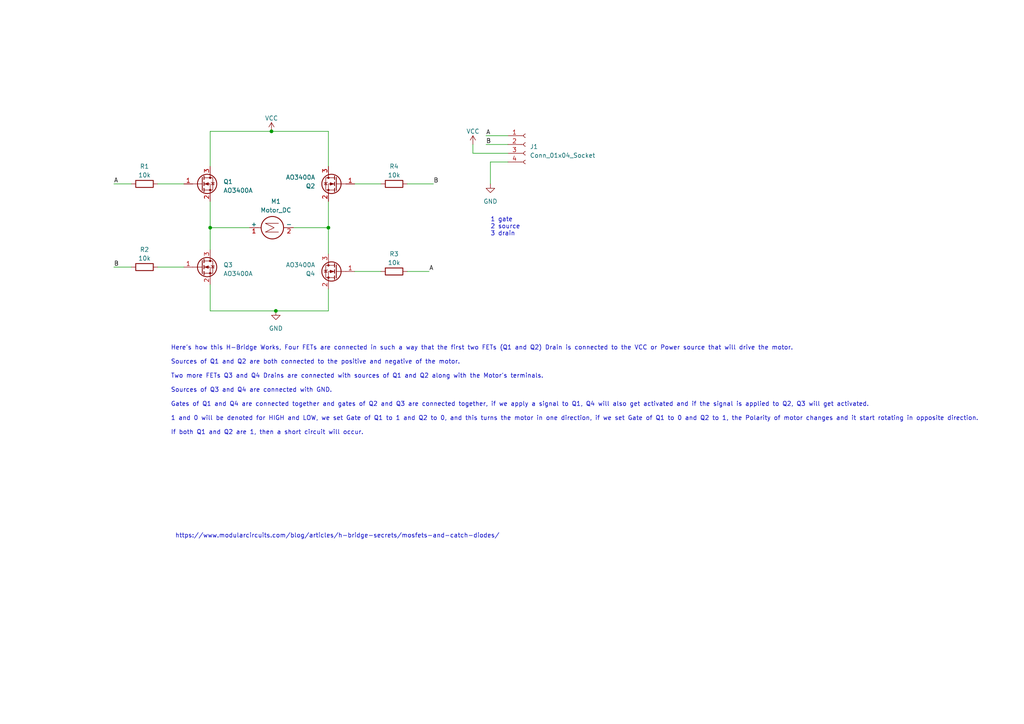
<source format=kicad_sch>
(kicad_sch (version 20230121) (generator eeschema)
  (paper "A4")
  (lib_symbols
    (symbol "Connector:Conn_01x04_Socket" (pin_names (offset 1.016) hide)
      (property "Reference" "J" (at 0 5.08 0))
      (property "Value" "Conn_01x04_Socket" (at 0 -7.62 0))
      (symbol "Conn_01x04_Socket_1_1"
        (arc (start 0 -4.572) (mid -0.5058 -5.08) (end 0 -5.588) (stroke (width 0.1524)))
        (arc (start 0 -2.032) (mid -0.5058 -2.54) (end 0 -3.048) (stroke (width 0.1524)))
        (polyline (pts (xy -1.27 -5.08) (xy -0.508 -5.08)) (stroke (width 0.1524)))
        (polyline (pts (xy -1.27 -2.54) (xy -0.508 -2.54)) (stroke (width 0.1524)))
        (polyline (pts (xy -1.27 0) (xy -0.508 0)) (stroke (width 0.1524)))
        (polyline (pts (xy -1.27 2.54) (xy -0.508 2.54)) (stroke (width 0.1524)))
        (arc (start 0 0.508) (mid -0.5058 0) (end 0 -0.508) (stroke (width 0.1524)))
        (arc (start 0 3.048) (mid -0.5058 2.54) (end 0 2.032) (stroke (width 0.1524)))
        (pin passive line (at -5.08 2.54 0) (length 3.81) (name "Pin_1") (number "1"))
        (pin passive line (at -5.08 0 0) (length 3.81) (name "Pin_2") (number "2"))
        (pin passive line (at -5.08 -2.54 0) (length 3.81) (name "Pin_3") (number "3"))
        (pin passive line (at -5.08 -5.08 0) (length 3.81) (name "Pin_4") (number "4"))
      )
    )
    (symbol "Device:R" (pin_numbers hide) (pin_names (offset 0))
      (property "Reference" "R" (at 2.032 0 90))
      (property "Value" "R" (at 0 0 90))
      (symbol "R_0_1"
        (rectangle (start -1.016 -2.54) (end 1.016 2.54) (stroke (width 0.254)))
      )
      (symbol "R_1_1"
        (pin passive line (at 0 3.81 270) (length 1.27) (name "~") (number "1"))
        (pin passive line (at 0 -3.81 90) (length 1.27) (name "~") (number "2"))
      )
    )
    (symbol "Motor:Motor_DC" (pin_names (offset 0))
      (property "Reference" "M" (at 2.54 2.54 0))
      (property "Value" "Motor_DC" (at 2.54 -5.08 0))
      (symbol "Motor_DC_0_0"
        (polyline (pts (xy -1.27 -3.302) (xy -1.27 0.508) (xy 0 -2.032) (xy 1.27 0.508) (xy 1.27 -3.302)))
      )
      (symbol "Motor_DC_0_1"
        (circle (center 0 -1.524) (radius 3.2512) (stroke (width 0.254)))
        (polyline (pts (xy 0 -7.62) (xy 0 -7.112)))
        (polyline (pts (xy 0 -4.7752) (xy 0 -5.1816)))
        (polyline (pts (xy 0 1.7272) (xy 0 2.0828)))
        (polyline (pts (xy 0 2.032) (xy 0 2.54)))
      )
      (symbol "Motor_DC_1_1"
        (pin passive line (at 0 5.08 270) (length 2.54) (name "+") (number "1"))
        (pin passive line (at 0 -7.62 90) (length 2.54) (name "-") (number "2"))
      )
    )
    (symbol "Transistor_FET:AO3400A" (pin_names hide)
      (property "Reference" "Q" (at 5.08 1.905 0))
      (property "Value" "AO3400A" (at 5.08 0 0))
      (symbol "AO3400A_0_1"
        (polyline (pts (xy 0.254 0) (xy -2.54 0)))
        (polyline (pts (xy 0.254 1.905) (xy 0.254 -1.905)) (stroke (width 0.254)))
        (polyline (pts (xy 0.762 -1.27) (xy 0.762 -2.286)) (stroke (width 0.254)))
        (polyline (pts (xy 0.762 0.508) (xy 0.762 -0.508)) (stroke (width 0.254)))
        (polyline (pts (xy 0.762 2.286) (xy 0.762 1.27)) (stroke (width 0.254)))
        (polyline (pts (xy 2.54 2.54) (xy 2.54 1.778)))
        (polyline (pts (xy 2.54 -2.54) (xy 2.54 0) (xy 0.762 0)))
        (polyline (pts (xy 0.762 -1.778) (xy 3.302 -1.778) (xy 3.302 1.778) (xy 0.762 1.778)))
        (polyline (pts (xy 1.016 0) (xy 2.032 0.381) (xy 2.032 -0.381) (xy 1.016 0)) (fill (type outline)))
        (polyline (pts (xy 2.794 0.508) (xy 2.921 0.381) (xy 3.683 0.381) (xy 3.81 0.254)))
        (polyline (pts (xy 3.302 0.381) (xy 2.921 -0.254) (xy 3.683 -0.254) (xy 3.302 0.381)))
        (circle (center 1.651 0) (radius 2.794) (stroke (width 0.254)))
        (circle (center 2.54 -1.778) (radius 0.254) (fill (type outline)))
        (circle (center 2.54 1.778) (radius 0.254) (fill (type outline)))
      )
      (symbol "AO3400A_1_1"
        (pin input line (at -5.08 0 0) (length 2.54) (name "G") (number "1"))
        (pin passive line (at 2.54 -5.08 90) (length 2.54) (name "S") (number "2"))
        (pin passive line (at 2.54 5.08 270) (length 2.54) (name "D") (number "3"))
      )
    )
    (symbol "power:GND" (power) (pin_names (offset 0))
      (property "Value" "GND" (at 0 -3.81 0))
      (symbol "GND_0_1"
        (polyline (pts (xy 0 0) (xy 0 -1.27) (xy 1.27 -1.27) (xy 0 -2.54) (xy -1.27 -1.27) (xy 0 -1.27)))
      )
      (symbol "GND_1_1"
        (pin power_in line (at 0 0 270) (length 0) hide (name "GND") (number "1"))
      )
    )
    (symbol "power:VCC" (power) (pin_names (offset 0))
      (property "Value" "VCC" (at 0 3.81 0))
      (symbol "VCC_0_1"
        (polyline (pts (xy -0.762 1.27) (xy 0 2.54)))
        (polyline (pts (xy 0 0) (xy 0 2.54)))
        (polyline (pts (xy 0 2.54) (xy 0.762 1.27)))
      )
      (symbol "VCC_1_1"
        (pin power_in line (at 0 0 90) (length 0) hide (name "VCC") (number "1"))
      )
    )
  )
  (junction (at 80.01 90.17))
  (junction (at 78.74 38.1))
  (junction (at 60.96 66.04))
  (junction (at 95.25 66.04))
  (wire (pts (xy 45.72 77.47) (xy 53.34 77.47)))
  (wire (pts (xy 45.72 53.34) (xy 53.34 53.34)))
  (wire (pts (xy 102.87 78.74) (xy 110.49 78.74)))
  (wire (pts (xy 95.25 83.82) (xy 95.25 90.17)))
  (wire (pts (xy 137.16 44.45) (xy 137.16 41.91)))
  (wire (pts (xy 102.87 53.34) (xy 110.49 53.34)))
  (wire (pts (xy 85.09 66.04) (xy 95.25 66.04)))
  (wire (pts (xy 33.02 53.34) (xy 38.1 53.34)))
  (wire (pts (xy 118.11 78.74) (xy 124.46 78.74)))
  (wire (pts (xy 95.25 48.26) (xy 95.25 38.1)))
  (wire (pts (xy 147.32 46.99) (xy 142.24 46.99)))
  (wire (pts (xy 142.24 46.99) (xy 142.24 53.34)))
  (wire (pts (xy 33.02 77.47) (xy 38.1 77.47)))
  (wire (pts (xy 140.97 41.91) (xy 147.32 41.91)))
  (wire (pts (xy 60.96 58.42) (xy 60.96 66.04)))
  (wire (pts (xy 60.96 38.1) (xy 78.74 38.1)))
  (wire (pts (xy 60.96 48.26) (xy 60.96 38.1)))
  (wire (pts (xy 95.25 90.17) (xy 80.01 90.17)))
  (wire (pts (xy 95.25 66.04) (xy 95.25 73.66)))
  (wire (pts (xy 60.96 66.04) (xy 72.39 66.04)))
  (wire (pts (xy 60.96 90.17) (xy 80.01 90.17)))
  (wire (pts (xy 95.25 38.1) (xy 78.74 38.1)))
  (wire (pts (xy 60.96 82.55) (xy 60.96 90.17)))
  (wire (pts (xy 60.96 66.04) (xy 60.96 72.39)))
  (wire (pts (xy 140.97 39.37) (xy 147.32 39.37)))
  (wire (pts (xy 147.32 44.45) (xy 137.16 44.45)))
  (wire (pts (xy 118.11 53.34) (xy 125.73 53.34)))
  (wire (pts (xy 95.25 58.42) (xy 95.25 66.04)))
  (text "Here's how this H-Bridge Works, Four FETs are connected in such a way that the first two FETs (Q1 and Q2) Drain is connected to the VCC or Power source that will drive the motor.\n\nSources of Q1 and Q2 are both connected to the positive and negative of the motor.\n\nTwo more FETs Q3 and Q4 Drains are connected with sources of Q1 and Q2 along with the Motor's terminals.\n\nSources of Q3 and Q4 are connected with GND.\n\nGates of Q1 and Q4 are connected together and gates of Q2 and Q3 are connected together, if we apply a signal to Q1, Q4 will also get activated and if the signal is applied to Q2, Q3 will get activated.\n\n1 and 0 will be denoted for HIGH and LOW, we set Gate of Q1 to 1 and Q2 to 0, and this turns the motor in one direction, if we set Gate of Q1 to 0 and Q2 to 1, the Polarity of motor changes and it start rotating in opposite direction.\n\nIf both Q1 and Q2 are 1, then a short circuit will occur.\n\n" (at 49.53 128.27 0) (effects (font (size 1.27 1.27)) (justify left bottom)))
  (text "https://www.modularcircuits.com/blog/articles/h-bridge-secrets/mosfets-and-catch-diodes/" (at 50.8 156.21 0) (effects (font (size 1.27 1.27)) (justify left bottom)))
  (text "1 gate\n2 source\n3 drain" (at 142.24 68.58 0) (effects (font (size 1.27 1.27)) (justify left bottom)))
  (label "A" (at 124.46 78.74 0))
  (label "B" (at 33.02 77.47 0))
  (label "A" (at 33.02 53.34 0))
  (label "B" (at 125.73 53.34 0))
  (label "B" (at 140.97 41.91 0))
  (label "A" (at 140.97 39.37 0))
  (symbol (lib_id "Transistor_FET:AO3400A") (at 58.42 53.34 0) (unit 1)
    (property "Reference" "Q1" (at 64.77 52.705 0) (effects (justify left)))
    (property "Value" "AO3400A" (at 64.77 55.245 0) (effects (justify left)))
    (property "Footprint" "Package_TO_SOT_SMD:SOT-23" (effects hide))
    (property "Datasheet" "http://www.aosmd.com/pdfs/datasheet/AO3400A.pdf" (effects hide))
    (property "LCSC" "C20917" (effects hide))
  )
  (symbol (lib_id "power:VCC") (at 78.74 38.1 0) (unit 1)
    (property "Reference" "#PWR02" (effects hide))
    (property "Value" "VCC" (at 78.74 34.29 0))
  )
  (symbol (lib_id "Motor:Motor_DC") (at 77.47 66.04 90) (unit 1)
    (property "Reference" "M1" (at 80.01 58.42 90))
    (property "Value" "Motor_DC" (at 80.01 60.96 90))
    (property "Footprint" "Connector_PinHeader_2.54mm:PinHeader_1x02_P2.54mm_Vertical" (effects hide))
  )
  (symbol (lib_id "Device:R") (at 114.3 78.74 90) (unit 1)
    (property "Reference" "R3" (at 114.3 73.66 90))
    (property "Value" "10k" (at 114.3 76.2 90))
    (property "Footprint" "Resistor_SMD:R_0805_2012Metric" (effects hide))
    (property "LCSC" "C491222" (effects hide))
  )
  (symbol (lib_id "Transistor_FET:AO3400A") (at 97.79 78.74 0) (mirror y) (unit 1)
    (property "Reference" "Q4" (at 91.44 79.375 0) (effects (justify left)))
    (property "Value" "AO3400A" (at 91.44 76.835 0) (effects (justify left)))
    (property "Footprint" "Package_TO_SOT_SMD:SOT-23" (effects hide))
    (property "Datasheet" "http://www.aosmd.com/pdfs/datasheet/AO3400A.pdf" (effects hide))
    (property "LCSC" "C20917" (effects hide))
  )
  (symbol (lib_id "Device:R") (at 41.91 77.47 90) (unit 1)
    (property "Reference" "R2" (at 41.91 72.39 90))
    (property "Value" "10k" (at 41.91 74.93 90))
    (property "Footprint" "Resistor_SMD:R_0805_2012Metric" (effects hide))
    (property "LCSC" "C491222" (effects hide))
  )
  (symbol (lib_id "Connector:Conn_01x04_Socket") (at 152.4 41.91 0) (unit 1)
    (property "Reference" "J1" (at 153.67 42.545 0) (effects (justify left)))
    (property "Value" "Conn_01x04_Socket" (at 153.67 45.085 0) (effects (justify left)))
    (property "Footprint" "Connector_PinHeader_2.54mm:PinHeader_1x04_P2.54mm_Vertical" (effects hide))
  )
  (symbol (lib_id "power:GND") (at 142.24 53.34 0) (unit 1)
    (property "Reference" "#PWR04" (effects hide))
    (property "Value" "GND" (at 142.24 58.42 0))
  )
  (symbol (lib_id "Device:R") (at 41.91 53.34 90) (unit 1)
    (property "Reference" "R1" (at 41.91 48.26 90))
    (property "Value" "10k" (at 41.91 50.8 90))
    (property "Footprint" "Resistor_SMD:R_0805_2012Metric" (effects hide))
    (property "LCSC" "C491222" (effects hide))
  )
  (symbol (lib_id "Transistor_FET:AO3400A") (at 97.79 53.34 0) (mirror y) (unit 1)
    (property "Reference" "Q2" (at 91.44 53.975 0) (effects (justify left)))
    (property "Value" "AO3400A" (at 91.44 51.435 0) (effects (justify left)))
    (property "Footprint" "Package_TO_SOT_SMD:SOT-23" (effects hide))
    (property "Datasheet" "http://www.aosmd.com/pdfs/datasheet/AO3400A.pdf" (effects hide))
    (property "LCSC" "C20917" (effects hide))
  )
  (symbol (lib_id "power:VCC") (at 137.16 41.91 0) (unit 1)
    (property "Reference" "#PWR03" (effects hide))
    (property "Value" "VCC" (at 137.16 38.1 0))
  )
  (symbol (lib_id "Transistor_FET:AO3400A") (at 58.42 77.47 0) (unit 1)
    (property "Reference" "Q3" (at 64.77 76.835 0) (effects (justify left)))
    (property "Value" "AO3400A" (at 64.77 79.375 0) (effects (justify left)))
    (property "Footprint" "Package_TO_SOT_SMD:SOT-23" (effects hide))
    (property "Datasheet" "http://www.aosmd.com/pdfs/datasheet/AO3400A.pdf" (effects hide))
    (property "LCSC" "C20917" (effects hide))
  )
  (symbol (lib_id "power:GND") (at 80.01 90.17 0) (unit 1)
    (property "Reference" "#PWR01" (effects hide))
    (property "Value" "GND" (at 80.01 95.25 0))
  )
  (symbol (lib_id "Device:R") (at 114.3 53.34 90) (unit 1)
    (property "Reference" "R4" (at 114.3 48.26 90))
    (property "Value" "10k" (at 114.3 50.8 90))
    (property "Footprint" "Resistor_SMD:R_0805_2012Metric" (effects hide))
    (property "LCSC" "C491222" (effects hide))
  )
)
</source>
